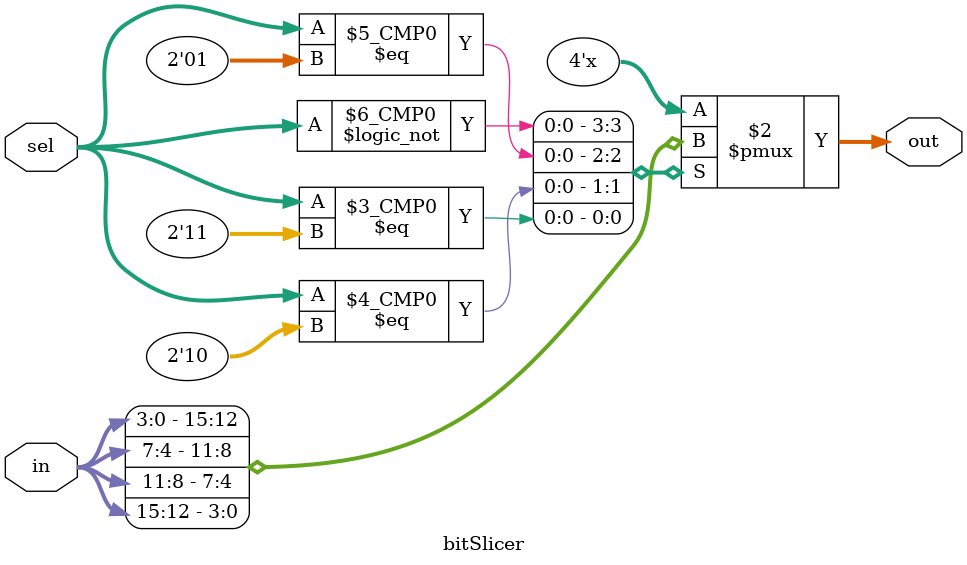
<source format=v>
`timescale 1ns / 1ps


module bitSlicer(
    output reg [3:0] out,
    input [15:0] in,
    input [1:0] sel
);
always @(sel, in)
    case (sel)
        0 : out = in[3:0];
        1 : out = in[7:4];
        2 : out = in[11:8];
        3 : out = in[15:12];
    endcase
endmodule

</source>
